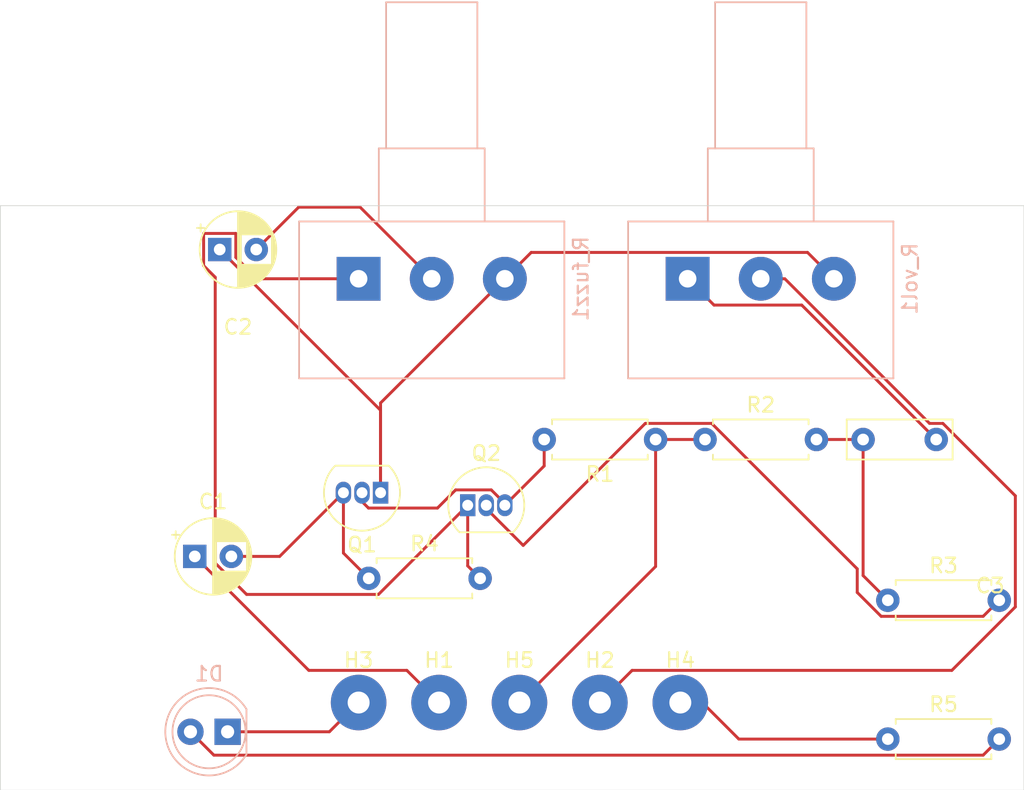
<source format=kicad_pcb>
(kicad_pcb (version 20241229) (generator "pcbnew") (generator_version "9.0")
  (layers (0 "F.Cu" signal) (2 "B.Cu" signal) (13 "F.Paste" user) (15 "B.Paste" user) (5 "F.SilkS" user "F.Silkscreen") (7 "B.SilkS" user "B.Silkscreen") (1 "F.Mask" user) (3 "B.Mask" user) (25 "Edge.Cuts" user))
  (net 0 "")
  (net 1 "GND")
  (net 2 "Net-(Q1-B)")
  (net 3 "Net-(Q1-C)")
  (net 4 "Net-(Q2-C)")
  (net 5 "Net-(Q2-E)")
  (net 6 "Net-(C1-Pad1)")
  (net 7 "Net-(C2-Pad2)")
  (net 8 "Net-(C3-Pad2)")
  (net 9 "Net-(C3-Pad1)")
  (net 10 "Net-(D1-K)")
  (net 11 "Net-(D1-A)")
  (net 12 "Net-(H2-Pad1)")
  (net 13 "Net-(H4-Pad1)")
  (net 14 "Net-(H5-Pad1)")
  (footprint "ANA PARTS:StandardResistorPedal" (layer "F.Cu") (at 174.81 61 180)
    (property "Reference" "R1" (at 3.81 -2.37 0) (layer "F.SilkS"))
    (property "Value" "33k")
    (fp_line (start 7.08 1.37) (end 7.08 1.04) (stroke (width 0.12)) (layer "F.SilkS"))
    (fp_line (start 7.08 -1.37) (end 7.08 -1.04) (stroke (width 0.12)) (layer "F.SilkS"))
    (fp_line (start 0.54 1.37) (end 7.08 1.37) (stroke (width 0.12)) (layer "F.SilkS"))
    (fp_line (start 0.54 1.04) (end 0.54 1.37) (stroke (width 0.12)) (layer "F.SilkS"))
    (fp_line (start 0.54 -1.04) (end 0.54 -1.37) (stroke (width 0.12)) (layer "F.SilkS"))
    (fp_line (start 0.54 -1.37) (end 7.08 -1.37) (stroke (width 0.12)) (layer "F.SilkS"))
    (pad "1" thru_hole circle (at 0 0 180) (size 1.6 1.6) (drill 0.8) (layers "*.Cu" "*.Mask") (net 14 "Net-(H5-Pad1)"))
    (pad "2" thru_hole oval (at 7.62 0 180) (size 1.6 1.6) (drill 0.8) (layers "*.Cu" "*.Mask") (net 3 "Net-(Q1-C)"))
  )
  (footprint "ANA PARTS:StandardUnpolarizedCapacitorPedal" (layer "F.Cu") (at 189 61)
    (property "Reference" "C3" (at 8.69 10 0) (layer "F.SilkS"))
    (property "Value" "0.01uF")
    (fp_line (start -1.12 -1.37) (end -1.12 1.37) (stroke (width 0.12)) (layer "F.SilkS"))
    (fp_line (start -1.12 -1.37) (end 6.12 -1.37) (stroke (width 0.12)) (layer "F.SilkS"))
    (fp_line (start -1.12 1.37) (end 6.12 1.37) (stroke (width 0.12)) (layer "F.SilkS"))
    (fp_line (start 6.12 -1.37) (end 6.12 1.37) (stroke (width 0.12)) (layer "F.SilkS"))
    (pad "1" thru_hole circle (at 0 0) (size 1.6 1.6) (drill 0.8) (layers "*.Cu" "*.Mask") (net 9 "Net-(C3-Pad1)"))
    (pad "2" thru_hole circle (at 5 0) (size 1.6 1.6) (drill 0.8) (layers "*.Cu" "*.Mask") (net 8 "Net-(C3-Pad2)"))
  )
  (footprint "ANA PARTS:StandardResistorPedal" (layer "F.Cu") (at 155.19 70.5)
    (property "Reference" "R4" (at 3.81 -2.37 0) (layer "F.SilkS"))
    (property "Value" "100k")
    (fp_line (start 0.54 -1.37) (end 7.08 -1.37) (stroke (width 0.12)) (layer "F.SilkS"))
    (fp_line (start 0.54 -1.04) (end 0.54 -1.37) (stroke (width 0.12)) (layer "F.SilkS"))
    (fp_line (start 0.54 1.04) (end 0.54 1.37) (stroke (width 0.12)) (layer "F.SilkS"))
    (fp_line (start 0.54 1.37) (end 7.08 1.37) (stroke (width 0.12)) (layer "F.SilkS"))
    (fp_line (start 7.08 -1.37) (end 7.08 -1.04) (stroke (width 0.12)) (layer "F.SilkS"))
    (fp_line (start 7.08 1.37) (end 7.08 1.04) (stroke (width 0.12)) (layer "F.SilkS"))
    (pad "1" thru_hole circle (at 0 0) (size 1.6 1.6) (drill 0.8) (layers "*.Cu" "*.Mask") (net 2 "Net-(Q1-B)"))
    (pad "2" thru_hole oval (at 7.62 0) (size 1.6 1.6) (drill 0.8) (layers "*.Cu" "*.Mask") (net 5 "Net-(Q2-E)"))
  )
  (footprint "ANA PARTS:1.5mm_MountingHole" (layer "F.Cu") (at 154.5 79)
    (property "Reference" "H3" (at 0 -2.9 0) (layer "F.SilkS"))
    (property "Value" "SW")
    (pad "1" thru_hole circle (at 0 0) (size 2.6 2.6) (drill 1.5) (layers "*.Cu" "*.Mask") (net 10 "Net-(D1-K)"))
    (pad "1" connect circle (at 0 0) (size 3.8 3.8) (layers "F.Cu" "F.Mask") (net 10 "Net-(D1-K)"))
    (pad "1" connect circle (at 0 0) (size 3.8 3.8) (layers "B.Cu" "B.Mask") (net 10 "Net-(D1-K)"))
  )
  (footprint "ANA PARTS:StandardResistorPedal" (layer "F.Cu") (at 190.69 81.5)
    (property "Reference" "R5" (at 3.81 -2.37 0) (layer "F.SilkS"))
    (property "Value" "4.7k")
    (fp_line (start 0.54 -1.37) (end 7.08 -1.37) (stroke (width 0.12)) (layer "F.SilkS"))
    (fp_line (start 0.54 -1.04) (end 0.54 -1.37) (stroke (width 0.12)) (layer "F.SilkS"))
    (fp_line (start 0.54 1.04) (end 0.54 1.37) (stroke (width 0.12)) (layer "F.SilkS"))
    (fp_line (start 0.54 1.37) (end 7.08 1.37) (stroke (width 0.12)) (layer "F.SilkS"))
    (fp_line (start 7.08 -1.37) (end 7.08 -1.04) (stroke (width 0.12)) (layer "F.SilkS"))
    (fp_line (start 7.08 1.37) (end 7.08 1.04) (stroke (width 0.12)) (layer "F.SilkS"))
    (pad "1" thru_hole circle (at 0 0) (size 1.6 1.6) (drill 0.8) (layers "*.Cu" "*.Mask") (net 13 "Net-(H4-Pad1)"))
    (pad "2" thru_hole oval (at 7.62 0) (size 1.6 1.6) (drill 0.8) (layers "*.Cu" "*.Mask") (net 11 "Net-(D1-A)"))
  )
  (footprint "Package_TO_SOT_THT:TO-92_Inline" (layer "F.Cu") (at 156 64.64 180)
    (property "Reference" "Q1" (at 1.27 -3.56 0) (layer "F.SilkS"))
    (property "Value" "2SA1015")
    (fp_line (start -0.53 1.85) (end 3.07 1.85) (stroke (width 0.12)) (layer "F.SilkS"))
    (fp_arc (start 1.27 -2.6) (mid 3.672087 -0.994977) (end 3.108478 1.838478) (stroke (width 0.12)) (layer "F.SilkS"))
    (fp_arc (start -0.568478 1.838478) (mid -1.132087 -0.994977) (end 1.27 -2.6) (stroke (width 0.12)) (layer "F.SilkS"))
    (pad "1" thru_hole rect (at 0 0 180) (size 1.05 1.5) (drill 0.75) (layers "*.Cu" "*.Mask") (net 1 "GND"))
    (pad "2" thru_hole oval (at 1.27 0 180) (size 1.05 1.5) (drill 0.75) (layers "*.Cu" "*.Mask") (net 3 "Net-(Q1-C)"))
    (pad "3" thru_hole oval (at 2.54 0 180) (size 1.05 1.5) (drill 0.75) (layers "*.Cu" "*.Mask") (net 2 "Net-(Q1-B)"))
  )
  (footprint "ANA PARTS:StandardResistorPedal" (layer "F.Cu") (at 178.19 61)
    (property "Reference" "R2" (at 3.81 -2.37 0) (layer "F.SilkS"))
    (property "Value" "470")
    (fp_line (start 0.54 -1.37) (end 7.08 -1.37) (stroke (width 0.12)) (layer "F.SilkS"))
    (fp_line (start 0.54 -1.04) (end 0.54 -1.37) (stroke (width 0.12)) (layer "F.SilkS"))
    (fp_line (start 0.54 1.04) (end 0.54 1.37) (stroke (width 0.12)) (layer "F.SilkS"))
    (fp_line (start 0.54 1.37) (end 7.08 1.37) (stroke (width 0.12)) (layer "F.SilkS"))
    (fp_line (start 7.08 -1.37) (end 7.08 -1.04) (stroke (width 0.12)) (layer "F.SilkS"))
    (fp_line (start 7.08 1.37) (end 7.08 1.04) (stroke (width 0.12)) (layer "F.SilkS"))
    (pad "1" thru_hole circle (at 0 0) (size 1.6 1.6) (drill 0.8) (layers "*.Cu" "*.Mask") (net 14 "Net-(H5-Pad1)"))
    (pad "2" thru_hole oval (at 7.62 0) (size 1.6 1.6) (drill 0.8) (layers "*.Cu" "*.Mask") (net 9 "Net-(C3-Pad1)"))
  )
  (footprint "ANA PARTS:StandardResistorPedal" (layer "F.Cu") (at 190.69 72)
    (property "Reference" "R3" (at 3.81 -2.37 0) (layer "F.SilkS"))
    (property "Value" "8.2k")
    (fp_line (start 0.54 -1.37) (end 7.08 -1.37) (stroke (width 0.12)) (layer "F.SilkS"))
    (fp_line (start 0.54 -1.04) (end 0.54 -1.37) (stroke (width 0.12)) (layer "F.SilkS"))
    (fp_line (start 0.54 1.04) (end 0.54 1.37) (stroke (width 0.12)) (layer "F.SilkS"))
    (fp_line (start 0.54 1.37) (end 7.08 1.37) (stroke (width 0.12)) (layer "F.SilkS"))
    (fp_line (start 7.08 -1.37) (end 7.08 -1.04) (stroke (width 0.12)) (layer "F.SilkS"))
    (fp_line (start 7.08 1.37) (end 7.08 1.04) (stroke (width 0.12)) (layer "F.SilkS"))
    (pad "1" thru_hole circle (at 0 0) (size 1.6 1.6) (drill 0.8) (layers "*.Cu" "*.Mask") (net 9 "Net-(C3-Pad1)"))
    (pad "2" thru_hole oval (at 7.62 0) (size 1.6 1.6) (drill 0.8) (layers "*.Cu" "*.Mask") (net 4 "Net-(Q2-C)"))
  )
  (footprint "ANA PARTS:1.5mm_MountingHole" (layer "F.Cu") (at 165.5 79)
    (property "Reference" "H5" (at 0 -2.9 0) (layer "F.SilkS"))
    (property "Value" "-9V")
    (pad "1" thru_hole circle (at 0 0) (size 2.6 2.6) (drill 1.5) (layers "*.Cu" "*.Mask") (net 14 "Net-(H5-Pad1)"))
    (pad "1" connect circle (at 0 0) (size 3.8 3.8) (layers "F.Cu" "F.Mask") (net 14 "Net-(H5-Pad1)"))
    (pad "1" connect circle (at 0 0) (size 3.8 3.8) (layers "B.Cu" "B.Mask") (net 14 "Net-(H5-Pad1)"))
  )
  (footprint "ANA PARTS:1.5mm_MountingHole" (layer "F.Cu") (at 171 79)
    (property "Reference" "H2" (at 0 -2.9 0) (layer "F.SilkS"))
    (property "Value" "Output")
    (pad "1" thru_hole circle (at 0 0) (size 2.6 2.6) (drill 1.5) (layers "*.Cu" "*.Mask") (net 12 "Net-(H2-Pad1)"))
    (pad "1" connect circle (at 0 0) (size 3.8 3.8) (layers "F.Cu" "F.Mask") (net 12 "Net-(H2-Pad1)"))
    (pad "1" connect circle (at 0 0) (size 3.8 3.8) (layers "B.Cu" "B.Mask") (net 12 "Net-(H2-Pad1)"))
  )
  (footprint "ANA PARTS:StandardPolarizedCapacitorPedal" (layer "F.Cu") (at 143.294888 69)
    (property "Reference" "C1" (at 1.25 -3.75 180) (layer "F.SilkS"))
    (property "Value" "2.2uF")
    (fp_line (start -1.554775 -1.475) (end -1.054775 -1.475) (stroke (width 0.12)) (layer "F.SilkS"))
    (fp_line (start -1.304775 -1.725) (end -1.304775 -1.225) (stroke (width 0.12)) (layer "F.SilkS"))
    (fp_line (start 1.25 -2.58) (end 1.25 2.58) (stroke (width 0.12)) (layer "F.SilkS"))
    (fp_line (start 1.29 -2.58) (end 1.29 2.58) (stroke (width 0.12)) (layer "F.SilkS"))
    (fp_line (start 1.33 -2.579) (end 1.33 2.579) (stroke (width 0.12)) (layer "F.SilkS"))
    (fp_line (start 1.37 -2.578) (end 1.37 2.578) (stroke (width 0.12)) (layer "F.SilkS"))
    (fp_line (start 1.41 -2.576) (end 1.41 2.576) (stroke (width 0.12)) (layer "F.SilkS"))
    (fp_line (start 1.45 -2.573) (end 1.45 2.573) (stroke (width 0.12)) (layer "F.SilkS"))
    (fp_line (start 1.49 -2.569) (end 1.49 -1.04) (stroke (width 0.12)) (layer "F.SilkS"))
    (fp_line (start 1.49 1.04) (end 1.49 2.569) (stroke (width 0.12)) (layer "F.SilkS"))
    (fp_line (start 1.53 -2.565) (end 1.53 -1.04) (stroke (width 0.12)) (layer "F.SilkS"))
    (fp_line (start 1.53 1.04) (end 1.53 2.565) (stroke (width 0.12)) (layer "F.SilkS"))
    (fp_line (start 1.57 -2.561) (end 1.57 -1.04) (stroke (width 0.12)) (layer "F.SilkS"))
    (fp_line (start 1.57 1.04) (end 1.57 2.561) (stroke (width 0.12)) (layer "F.SilkS"))
    (fp_line (start 1.61 -2.556) (end 1.61 -1.04) (stroke (width 0.12)) (layer "F.SilkS"))
    (fp_line (start 1.61 1.04) (end 1.61 2.556) (stroke (width 0.12)) (layer "F.SilkS"))
    (fp_line (start 1.65 -2.55) (end 1.65 -1.04) (stroke (width 0.12)) (layer "F.SilkS"))
    (fp_line (start 1.65 1.04) (end 1.65 2.55) (stroke (width 0.12)) (layer "F.SilkS"))
    (fp_line (start 1.69 -2.543) (end 1.69 -1.04) (stroke (width 0.12)) (layer "F.SilkS"))
    (fp_line (start 1.69 1.04) (end 1.69 2.543) (stroke (width 0.12)) (layer "F.SilkS"))
    (fp_line (start 1.73 -2.536) (end 1.73 -1.04) (stroke (width 0.12)) (layer "F.SilkS"))
    (fp_line (start 1.73 1.04) (end 1.73 2.536) (stroke (width 0.12)) (layer "F.SilkS"))
    (fp_line (start 1.77 -2.528) (end 1.77 -1.04) (stroke (width 0.12)) (layer "F.SilkS"))
    (fp_line (start 1.77 1.04) (end 1.77 2.528) (stroke (width 0.12)) (layer "F.SilkS"))
    (fp_line (start 1.81 -2.52) (end 1.81 -1.04) (stroke (width 0.12)) (layer "F.SilkS"))
    (fp_line (start 1.81 1.04) (end 1.81 2.52) (stroke (width 0.12)) (layer "F.SilkS"))
    (fp_line (start 1.85 -2.511) (end 1.85 -1.04) (stroke (width 0.12)) (layer "F.SilkS"))
    (fp_line (start 1.85 1.04) (end 1.85 2.511) (stroke (width 0.12)) (layer "F.SilkS"))
    (fp_line (start 1.89 -2.501) (end 1.89 -1.04) (stroke (width 0.12)) (layer "F.SilkS"))
    (fp_line (start 1.89 1.04) (end 1.89 2.501) (stroke (width 0.12)) (layer "F.SilkS"))
    (fp_line (start 1.93 -2.491) (end 1.93 -1.04) (stroke (width 0.12)) (layer "F.SilkS"))
    (fp_line (start 1.93 1.04) (end 1.93 2.491) (stroke (width 0.12)) (layer "F.SilkS"))
    (fp_line (start 1.971 -2.48) (end 1.971 -1.04) (stroke (width 0.12)) (layer "F.SilkS"))
    (fp_line (start 1.971 1.04) (end 1.971 2.48) (stroke (width 0.12)) (layer "F.SilkS"))
    (fp_line (start 2.011 -2.468) (end 2.011 -1.04) (stroke (width 0.12)) (layer "F.SilkS"))
    (fp_line (start 2.011 1.04) (end 2.011 2.468) (stroke (width 0.12)) (layer "F.SilkS"))
    (fp_line (start 2.051 -2.455) (end 2.051 -1.04) (stroke (width 0.12)) (layer "F.SilkS"))
    (fp_line (start 2.051 1.04) (end 2.051 2.455) (stroke (width 0.12)) (layer "F.SilkS"))
    (fp_line (start 2.091 -2.442) (end 2.091 -1.04) (stroke (width 0.12)) (layer "F.SilkS"))
    (fp_line (start 2.091 1.04) (end 2.091 2.442) (stroke (width 0.12)) (layer "F.SilkS"))
    (fp_line (start 2.131 -2.428) (end 2.131 -1.04) (stroke (width 0.12)) (layer "F.SilkS"))
    (fp_line (start 2.131 1.04) (end 2.131 2.428) (stroke (width 0.12)) (layer "F.SilkS"))
    (fp_line (start 2.171 -2.414) (end 2.171 -1.04) (stroke (width 0.12)) (layer "F.SilkS"))
    (fp_line (start 2.171 1.04) (end 2.171 2.414) (stroke (width 0.12)) (layer "F.SilkS"))
    (fp_line (start 2.211 -2.398) (end 2.211 -1.04) (stroke (width 0.12)) (layer "F.SilkS"))
    (fp_line (start 2.211 1.04) (end 2.211 2.398) (stroke (width 0.12)) (layer "F.SilkS"))
    (fp_line (start 2.251 -2.382) (end 2.251 -1.04) (stroke (width 0.12)) (layer "F.SilkS"))
    (fp_line (start 2.251 1.04) (end 2.251 2.382) (stroke (width 0.12)) (layer "F.SilkS"))
    (fp_line (start 2.291 -2.365) (end 2.291 -1.04) (stroke (width 0.12)) (layer "F.SilkS"))
    (fp_line (start 2.291 1.04) (end 2.291 2.365) (stroke (width 0.12)) (layer "F.SilkS"))
    (fp_line (start 2.331 -2.348) (end 2.331 -1.04) (stroke (width 0.12)) (layer "F.SilkS"))
    (fp_line (start 2.331 1.04) (end 2.331 2.348) (stroke (width 0.12)) (layer "F.SilkS"))
    (fp_line (start 2.371 -2.329) (end 2.371 -1.04) (stroke (width 0.12)) (layer "F.SilkS"))
    (fp_line (start 2.371 1.04) (end 2.371 2.329) (stroke (width 0.12)) (layer "F.SilkS"))
    (fp_line (start 2.411 -2.31) (end 2.411 -1.04) (stroke (width 0.12)) (layer "F.SilkS"))
    (fp_line (start 2.411 1.04) (end 2.411 2.31) (stroke (width 0.12)) (layer "F.SilkS"))
    (fp_line (start 2.451 -2.29) (end 2.451 -1.04) (stroke (width 0.12)) (layer "F.SilkS"))
    (fp_line (start 2.451 1.04) (end 2.451 2.29) (stroke (width 0.12)) (layer "F.SilkS"))
    (fp_line (start 2.491 -2.268) (end 2.491 -1.04) (stroke (width 0.12)) (layer "F.SilkS"))
    (fp_line (start 2.491 1.04) (end 2.491 2.268) (stroke (width 0.12)) (layer "F.SilkS"))
    (fp_line (start 2.531 -2.247) (end 2.531 -1.04) (stroke (width 0.12)) (layer "F.SilkS"))
    (fp_line (start 2.531 1.04) (end 2.531 2.247) (stroke (width 0.12)) (layer "F.SilkS"))
    (fp_line (start 2.571 -2.224) (end 2.571 -1.04) (stroke (width 0.12)) (layer "F.SilkS"))
    (fp_line (start 2.571 1.04) (end 2.571 2.224) (stroke (width 0.12)) (layer "F.SilkS"))
    (fp_line (start 2.611 -2.2) (end 2.611 -1.04) (stroke (width 0.12)) (layer "F.SilkS"))
    (fp_line (start 2.611 1.04) (end 2.611 2.2) (stroke (width 0.12)) (layer "F.SilkS"))
    (fp_line (start 2.651 -2.175) (end 2.651 -1.04) (stroke (width 0.12)) (layer "F.SilkS"))
    (fp_line (start 2.651 1.04) (end 2.651 2.175) (stroke (width 0.12)) (layer "F.SilkS"))
    (fp_line (start 2.691 -2.149) (end 2.691 -1.04) (stroke (width 0.12)) (layer "F.SilkS"))
    (fp_line (start 2.691 1.04) (end 2.691 2.149) (stroke (width 0.12)) (layer "F.SilkS"))
    (fp_line (start 2.731 -2.122) (end 2.731 -1.04) (stroke (width 0.12)) (layer "F.SilkS"))
    (fp_line (start 2.731 1.04) (end 2.731 2.122) (stroke (width 0.12)) (layer "F.SilkS"))
    (fp_line (start 2.771 -2.095) (end 2.771 -1.04) (stroke (width 0.12)) (layer "F.SilkS"))
    (fp_line (start 2.771 1.04) (end 2.771 2.095) (stroke (width 0.12)) (layer "F.SilkS"))
    (fp_line (start 2.811 -2.065) (end 2.811 -1.04) (stroke (width 0.12)) (layer "F.SilkS"))
    (fp_line (start 2.811 1.04) (end 2.811 2.065) (stroke (width 0.12)) (layer "F.SilkS"))
    (fp_line (start 2.851 -2.035) (end 2.851 -1.04) (stroke (width 0.12)) (layer "F.SilkS"))
    (fp_line (start 2.851 1.04) (end 2.851 2.035) (stroke (width 0.12)) (layer "F.SilkS"))
    (fp_line (start 2.891 -2.004) (end 2.891 -1.04) (stroke (width 0.12)) (layer "F.SilkS"))
    (fp_line (start 2.891 1.04) (end 2.891 2.004) (stroke (width 0.12)) (layer "F.SilkS"))
    (fp_line (start 2.931 -1.971) (end 2.931 -1.04) (stroke (width 0.12)) (layer "F.SilkS"))
    (fp_line (start 2.931 1.04) (end 2.931 1.971) (stroke (width 0.12)) (layer "F.SilkS"))
    (fp_line (start 2.971 -1.937) (end 2.971 -1.04) (stroke (width 0.12)) (layer "F.SilkS"))
    (fp_line (start 2.971 1.04) (end 2.971 1.937) (stroke (width 0.12)) (layer "F.SilkS"))
    (fp_line (start 3.011 -1.901) (end 3.011 -1.04) (stroke (width 0.12)) (layer "F.SilkS"))
    (fp_line (start 3.011 1.04) (end 3.011 1.901) (stroke (width 0.12)) (layer "F.SilkS"))
    (fp_line (start 3.051 -1.864) (end 3.051 -1.04) (stroke (width 0.12)) (layer "F.SilkS"))
    (fp_line (start 3.051 1.04) (end 3.051 1.864) (stroke (width 0.12)) (layer "F.SilkS"))
    (fp_line (start 3.091 -1.826) (end 3.091 -1.04) (stroke (width 0.12)) (layer "F.SilkS"))
    (fp_line (start 3.091 1.04) (end 3.091 1.826) (stroke (width 0.12)) (layer "F.SilkS"))
    (fp_line (start 3.131 -1.785) (end 3.131 -1.04) (stroke (width 0.12)) (layer "F.SilkS"))
    (fp_line (start 3.131 1.04) (end 3.131 1.785) (stroke (width 0.12)) (layer "F.SilkS"))
    (fp_line (start 3.171 -1.743) (end 3.171 -1.04) (stroke (width 0.12)) (layer "F.SilkS"))
    (fp_line (start 3.171 1.04) (end 3.171 1.743) (stroke (width 0.12)) (layer "F.SilkS"))
    (fp_line (start 3.211 -1.699) (end 3.211 -1.04) (stroke (width 0.12)) (layer "F.SilkS"))
    (fp_line (start 3.211 1.04) (end 3.211 1.699) (stroke (width 0.12)) (layer "F.SilkS"))
    (fp_line (start 3.251 -1.653) (end 3.251 -1.04) (stroke (width 0.12)) (layer "F.SilkS"))
    (fp_line (start 3.251 1.04) (end 3.251 1.653) (stroke (width 0.12)) (layer "F.SilkS"))
    (fp_line (start 3.291 -1.605) (end 3.291 -1.04) (stroke (width 0.12)) (layer "F.SilkS"))
    (fp_line (start 3.291 1.04) (end 3.291 1.605) (stroke (width 0.12)) (layer "F.SilkS"))
    (fp_line (start 3.331 -1.554) (end 3.331 -1.04) (stroke (width 0.12)) (layer "F.SilkS"))
    (fp_line (start 3.331 1.04) (end 3.331 1.554) (stroke (width 0.12)) (layer "F.SilkS"))
    (fp_line (start 3.371 -1.5) (end 3.371 -1.04) (stroke (width 0.12)) (layer "F.SilkS"))
    (fp_line (start 3.371 1.04) (end 3.371 1.5) (stroke (width 0.12)) (layer "F.SilkS"))
    (fp_line (start 3.411 -1.443) (end 3.411 -1.04) (stroke (width 0.12)) (layer "F.SilkS"))
    (fp_line (start 3.411 1.04) (end 3.411 1.443) (stroke (width 0.12)) (layer "F.SilkS"))
    (fp_line (start 3.451 -1.383) (end 3.451 -1.04) (stroke (width 0.12)) (layer "F.SilkS"))
    (fp_line (start 3.451 1.04) (end 3.451 1.383) (stroke (width 0.12)) (layer "F.SilkS"))
    (fp_line (start 3.491 -1.319) (end 3.491 -1.04) (stroke (width 0.12)) (layer "F.SilkS"))
    (fp_line (start 3.491 1.04) (end 3.491 1.319) (stroke (width 0.12)) (layer "F.SilkS"))
    (fp_line (start 3.531 -1.251) (end 3.531 -1.04) (stroke (width 0.12)) (layer "F.SilkS"))
    (fp_line (start 3.531 1.04) (end 3.531 1.251) (stroke (width 0.12)) (layer "F.SilkS"))
    (fp_line (start 3.571 -1.178) (end 3.571 1.178) (stroke (width 0.12)) (layer "F.SilkS"))
    (fp_line (start 3.611 -1.098) (end 3.611 1.098) (stroke (width 0.12)) (layer "F.SilkS"))
    (fp_line (start 3.651 -1.011) (end 3.651 1.011) (stroke (width 0.12)) (layer "F.SilkS"))
    (fp_line (start 3.691 -0.915) (end 3.691 0.915) (stroke (width 0.12)) (layer "F.SilkS"))
    (fp_line (start 3.731 -0.805) (end 3.731 0.805) (stroke (width 0.12)) (layer "F.SilkS"))
    (fp_line (start 3.771 -0.677) (end 3.771 0.677) (stroke (width 0.12)) (layer "F.SilkS"))
    (fp_line (start 3.811 -0.518) (end 3.811 0.518) (stroke (width 0.12)) (layer "F.SilkS"))
    (fp_line (start 3.851 -0.284) (end 3.851 0.284) (stroke (width 0.12)) (layer "F.SilkS"))
    (fp_circle (center 1.25 0) (end 3.87 0) (stroke (width 0.12)) (fill no) (layer "F.SilkS"))
    (pad "1" thru_hole rect (at 0 0) (size 1.6 1.6) (drill 0.8) (layers "*.Cu" "*.Mask") (net 6 "Net-(C1-Pad1)"))
    (pad "2" thru_hole circle (at 2.5 0) (size 1.6 1.6) (drill 0.8) (layers "*.Cu" "*.Mask") (net 2 "Net-(Q1-B)"))
  )
  (footprint "ANA PARTS:1.5mm_MountingHole" (layer "F.Cu") (at 160 79)
    (property "Reference" "H1" (at 0 -2.9 0) (layer "F.SilkS"))
    (property "Value" "Input")
    (pad "1" thru_hole circle (at 0 0) (size 2.6 2.6) (drill 1.5) (layers "*.Cu" "*.Mask") (net 6 "Net-(C1-Pad1)"))
    (pad "1" connect circle (at 0 0) (size 3.8 3.8) (layers "F.Cu" "F.Mask") (net 6 "Net-(C1-Pad1)"))
    (pad "1" connect circle (at 0 0) (size 3.8 3.8) (layers "B.Cu" "B.Mask") (net 6 "Net-(C1-Pad1)"))
  )
  (footprint "Package_TO_SOT_THT:TO-92_Inline" (layer "F.Cu") (at 161.96 65.5)
    (property "Reference" "Q2" (at 1.27 -3.56 0) (layer "F.SilkS"))
    (property "Value" "2SA1015")
    (fp_line (start -0.53 1.85) (end 3.07 1.85) (stroke (width 0.12)) (layer "F.SilkS"))
    (fp_arc (start -0.568478 1.838478) (mid -1.132087 -0.994977) (end 1.27 -2.6) (stroke (width 0.12)) (layer "F.SilkS"))
    (fp_arc (start 1.27 -2.6) (mid 3.672087 -0.994977) (end 3.108478 1.838478) (stroke (width 0.12)) (layer "F.SilkS"))
    (pad "1" thru_hole rect (at 0 0) (size 1.05 1.5) (drill 0.75) (layers "*.Cu" "*.Mask") (net 5 "Net-(Q2-E)"))
    (pad "2" thru_hole oval (at 1.27 0) (size 1.05 1.5) (drill 0.75) (layers "*.Cu" "*.Mask") (net 4 "Net-(Q2-C)"))
    (pad "3" thru_hole oval (at 2.54 0) (size 1.05 1.5) (drill 0.75) (layers "*.Cu" "*.Mask") (net 3 "Net-(Q1-C)"))
  )
  (footprint "ANA PARTS:1.5mm_MountingHole" (layer "F.Cu") (at 176.5 79)
    (property "Reference" "H4" (at 0 -2.9 0) (layer "F.SilkS"))
    (property "Value" "+9V")
    (pad "1" thru_hole circle (at 0 0) (size 2.6 2.6) (drill 1.5) (layers "*.Cu" "*.Mask") (net 13 "Net-(H4-Pad1)"))
    (pad "1" connect circle (at 0 0) (size 3.8 3.8) (layers "F.Cu" "F.Mask") (net 13 "Net-(H4-Pad1)"))
    (pad "1" connect circle (at 0 0) (size 3.8 3.8) (layers "B.Cu" "B.Mask") (net 13 "Net-(H4-Pad1)"))
  )
  (footprint "ANA PARTS:StandardPolarizedCapacitorPedal" (layer "F.Cu") (at 145 48)
    (property "Reference" "C2" (at 1.25 5.3 180) (layer "F.SilkS"))
    (property "Value" "20uF")
    (fp_line (start -1.554775 -1.475) (end -1.054775 -1.475) (stroke (width 0.12)) (layer "F.SilkS"))
    (fp_line (start -1.304775 -1.725) (end -1.304775 -1.225) (stroke (width 0.12)) (layer "F.SilkS"))
    (fp_line (start 1.25 -2.58) (end 1.25 2.58) (stroke (width 0.12)) (layer "F.SilkS"))
    (fp_line (start 1.29 -2.58) (end 1.29 2.58) (stroke (width 0.12)) (layer "F.SilkS"))
    (fp_line (start 1.33 -2.579) (end 1.33 2.579) (stroke (width 0.12)) (layer "F.SilkS"))
    (fp_line (start 1.37 -2.578) (end 1.37 2.578) (stroke (width 0.12)) (layer "F.SilkS"))
    (fp_line (start 1.41 -2.576) (end 1.41 2.576) (stroke (width 0.12)) (layer "F.SilkS"))
    (fp_line (start 1.45 -2.573) (end 1.45 2.573) (stroke (width 0.12)) (layer "F.SilkS"))
    (fp_line (start 1.49 -2.569) (end 1.49 -1.04) (stroke (width 0.12)) (layer "F.SilkS"))
    (fp_line (start 1.49 1.04) (end 1.49 2.569) (stroke (width 0.12)) (layer "F.SilkS"))
    (fp_line (start 1.53 -2.565) (end 1.53 -1.04) (stroke (width 0.12)) (layer "F.SilkS"))
    (fp_line (start 1.53 1.04) (end 1.53 2.565) (stroke (width 0.12)) (layer "F.SilkS"))
    (fp_line (start 1.57 -2.561) (end 1.57 -1.04) (stroke (width 0.12)) (layer "F.SilkS"))
    (fp_line (start 1.57 1.04) (end 1.57 2.561) (stroke (width 0.12)) (layer "F.SilkS"))
    (fp_line (start 1.61 -2.556) (end 1.61 -1.04) (stroke (width 0.12)) (layer "F.SilkS"))
    (fp_line (start 1.61 1.04) (end 1.61 2.556) (stroke (width 0.12)) (layer "F.SilkS"))
    (fp_line (start 1.65 -2.55) (end 1.65 -1.04) (stroke (width 0.12)) (layer "F.SilkS"))
    (fp_line (start 1.65 1.04) (end 1.65 2.55) (stroke (width 0.12)) (layer "F.SilkS"))
    (fp_line (start 1.69 -2.543) (end 1.69 -1.04) (stroke (width 0.12)) (layer "F.SilkS"))
    (fp_line (start 1.69 1.04) (end 1.69 2.543) (stroke (width 0.12)) (layer "F.SilkS"))
    (fp_line (start 1.73 -2.536) (end 1.73 -1.04) (stroke (width 0.12)) (layer "F.SilkS"))
    (fp_line (start 1.73 1.04) (end 1.73 2.536) (stroke (width 0.12)) (layer "F.SilkS"))
    (fp_line (start 1.77 -2.528) (end 1.77 -1.04) (stroke (width 0.12)) (layer "F.SilkS"))
    (fp_line (start 1.77 1.04) (end 1.77 2.528) (stroke (width 0.12)) (layer "F.SilkS"))
    (fp_line (start 1.81 -2.52) (end 1.81 -1.04) (stroke (width 0.12)) (layer "F.SilkS"))
    (fp_line (start 1.81 1.04) (end 1.81 2.52) (stroke (width 0.12)) (layer "F.SilkS"))
    (fp_line (start 1.85 -2.511) (end 1.85 -1.04) (stroke (width 0.12)) (layer "F.SilkS"))
    (fp_line (start 1.85 1.04) (end 1.85 2.511) (stroke (width 0.12)) (layer "F.SilkS"))
    (fp_line (start 1.89 -2.501) (end 1.89 -1.04) (stroke (width 0.12)) (layer "F.SilkS"))
    (fp_line (start 1.89 1.04) (end 1.89 2.501) (stroke (width 0.12)) (layer "F.SilkS"))
    (fp_line (start 1.93 -2.491) (end 1.93 -1.04) (stroke (width 0.12)) (layer "F.SilkS"))
    (fp_line (start 1.93 1.04) (end 1.93 2.491) (stroke (width 0.12)) (layer "F.SilkS"))
    (fp_line (start 1.971 -2.48) (end 1.971 -1.04) (stroke (width 0.12)) (layer "F.SilkS"))
    (fp_line (start 1.971 1.04) (end 1.971 2.48) (stroke (width 0.12)) (layer "F.SilkS"))
    (fp_line (start 2.011 -2.468) (end 2.011 -1.04) (stroke (width 0.12)) (layer "F.SilkS"))
    (fp_line (start 2.011 1.04) (end 2.011 2.468) (stroke (width 0.12)) (layer "F.SilkS"))
    (fp_line (start 2.051 -2.455) (end 2.051 -1.04) (stroke (width 0.12)) (layer "F.SilkS"))
    (fp_line (start 2.051 1.04) (end 2.051 2.455) (stroke (width 0.12)) (layer "F.SilkS"))
    (fp_line (start 2.091 -2.442) (end 2.091 -1.04) (stroke (width 0.12)) (layer "F.SilkS"))
    (fp_line (start 2.091 1.04) (end 2.091 2.442) (stroke (width 0.12)) (layer "F.SilkS"))
    (fp_line (start 2.131 -2.428) (end 2.131 -1.04) (stroke (width 0.12)) (layer "F.SilkS"))
    (fp_line (start 2.131 1.04) (end 2.131 2.428) (stroke (width 0.12)) (layer "F.SilkS"))
    (fp_line (start 2.171 -2.414) (end 2.171 -1.04) (stroke (width 0.12)) (layer "F.SilkS"))
    (fp_line (start 2.171 1.04) (end 2.171 2.414) (stroke (width 0.12)) (layer "F.SilkS"))
    (fp_line (start 2.211 -2.398) (end 2.211 -1.04) (stroke (width 0.12)) (layer "F.SilkS"))
    (fp_line (start 2.211 1.04) (end 2.211 2.398) (stroke (width 0.12)) (layer "F.SilkS"))
    (fp_line (start 2.251 -2.382) (end 2.251 -1.04) (stroke (width 0.12)) (layer "F.SilkS"))
    (fp_line (start 2.251 1.04) (end 2.251 2.382) (stroke (width 0.12)) (layer "F.SilkS"))
    (fp_line (start 2.291 -2.365) (end 2.291 -1.04) (stroke (width 0.12)) (layer "F.SilkS"))
    (fp_line (start 2.291 1.04) (end 2.291 2.365) (stroke (width 0.12)) (layer "F.SilkS"))
    (fp_line (start 2.331 -2.348) (end 2.331 -1.04) (stroke (width 0.12)) (layer "F.SilkS"))
    (fp_line (start 2.331 1.04) (end 2.331 2.348) (stroke (width 0.12)) (layer "F.SilkS"))
    (fp_line (start 2.371 -2.329) (end 2.371 -1.04) (stroke (width 0.12)) (layer "F.SilkS"))
    (fp_line (start 2.371 1.04) (end 2.371 2.329) (stroke (width 0.12)) (layer "F.SilkS"))
    (fp_line (start 2.411 -2.31) (end 2.411 -1.04) (stroke (width 0.12)) (layer "F.SilkS"))
    (fp_line (start 2.411 1.04) (end 2.411 2.31) (stroke (width 0.12)) (layer "F.SilkS"))
    (fp_line (start 2.451 -2.29) (end 2.451 -1.04) (stroke (width 0.12)) (layer "F.SilkS"))
    (fp_line (start 2.451 1.04) (end 2.451 2.29) (stroke (width 0.12)) (layer "F.SilkS"))
    (fp_line (start 2.491 -2.268) (end 2.491 -1.04) (stroke (width 0.12)) (layer "F.SilkS"))
    (fp_line (start 2.491 1.04) (end 2.491 2.268) (stroke (width 0.12)) (layer "F.SilkS"))
    (fp_line (start 2.531 -2.247) (end 2.531 -1.04) (stroke (width 0.12)) (layer "F.SilkS"))
    (fp_line (start 2.531 1.04) (end 2.531 2.247) (stroke (width 0.12)) (layer "F.SilkS"))
    (fp_line (start 2.571 -2.224) (end 2.571 -1.04) (stroke (width 0.12)) (layer "F.SilkS"))
    (fp_line (start 2.571 1.04) (end 2.571 2.224) (stroke (width 0.12)) (layer "F.SilkS"))
    (fp_line (start 2.611 -2.2) (end 2.611 -1.04) (stroke (width 0.12)) (layer "F.SilkS"))
    (fp_line (start 2.611 1.04) (end 2.611 2.2) (stroke (width 0.12)) (layer "F.SilkS"))
    (fp_line (start 2.651 -2.175) (end 2.651 -1.04) (stroke (width 0.12)) (layer "F.SilkS"))
    (fp_line (start 2.651 1.04) (end 2.651 2.175) (stroke (width 0.12)) (layer "F.SilkS"))
    (fp_line (start 2.691 -2.149) (end 2.691 -1.04) (stroke (width 0.12)) (layer "F.SilkS"))
    (fp_line (start 2.691 1.04) (end 2.691 2.149) (stroke (width 0.12)) (layer "F.SilkS"))
    (fp_line (start 2.731 -2.122) (end 2.731 -1.04) (stroke (width 0.12)) (layer "F.SilkS"))
    (fp_line (start 2.731 1.04) (end 2.731 2.122) (stroke (width 0.12)) (layer "F.SilkS"))
    (fp_line (start 2.771 -2.095) (end 2.771 -1.04) (stroke (width 0.12)) (layer "F.SilkS"))
    (fp_line (start 2.771 1.04) (end 2.771 2.095) (stroke (width 0.12)) (layer "F.SilkS"))
    (fp_line (start 2.811 -2.065) (end 2.811 -1.04) (stroke (width 0.12)) (layer "F.SilkS"))
    (fp_line (start 2.811 1.04) (end 2.811 2.065) (stroke (width 0.12)) (layer "F.SilkS"))
    (fp_line (start 2.851 -2.035) (end 2.851 -1.04) (stroke (width 0.12)) (layer "F.SilkS"))
    (fp_line (start 2.851 1.04) (end 2.851 2.035) (stroke (width 0.12)) (layer "F.SilkS"))
    (fp_line (start 2.891 -2.004) (end 2.891 -1.04) (stroke (width 0.12)) (layer "F.SilkS"))
    (fp_line (start 2.891 1.04) (end 2.891 2.004) (stroke (width 0.12)) (layer "F.SilkS"))
    (fp_line (start 2.931 -1.971) (end 2.931 -1.04) (stroke (width 0.12)) (layer "F.SilkS"))
    (fp_line (start 2.931 1.04) (end 2.931 1.971) (stroke (width 0.12)) (layer "F.SilkS"))
    (fp_line (start 2.971 -1.937) (end 2.971 -1.04) (stroke (width 0.12)) (layer "F.SilkS"))
    (fp_line (start 2.971 1.04) (end 2.971 1.937) (stroke (width 0.12)) (layer "F.SilkS"))
    (fp_line (start 3.011 -1.901) (end 3.011 -1.04) (stroke (width 0.12)) (layer "F.SilkS"))
    (fp_line (start 3.011 1.04) (end 3.011 1.901) (stroke (width 0.12)) (layer "F.SilkS"))
    (fp_line (start 3.051 -1.864) (end 3.051 -1.04) (stroke (width 0.12)) (layer "F.SilkS"))
    (fp_line (start 3.051 1.04) (end 3.051 1.864) (stroke (width 0.12)) (layer "F.SilkS"))
    (fp_line (start 3.091 -1.826) (end 3.091 -1.04) (stroke (width 0.12)) (layer "F.SilkS"))
    (fp_line (start 3.091 1.04) (end 3.091 1.826) (stroke (width 0.12)) (layer "F.SilkS"))
    (fp_line (start 3.131 -1.785) (end 3.131 -1.04) (stroke (width 0.12)) (layer "F.SilkS"))
    (fp_line (start 3.131 1.04) (end 3.131 1.785) (stroke (width 0.12)) (layer "F.SilkS"))
    (fp_line (start 3.171 -1.743) (end 3.171 -1.04) (stroke (width 0.12)) (layer "F.SilkS"))
    (fp_line (start 3.171 1.04) (end 3.171 1.743) (stroke (width 0.12)) (layer "F.SilkS"))
    (fp_line (start 3.211 -1.699) (end 3.211 -1.04) (stroke (width 0.12)) (layer "F.SilkS"))
    (fp_line (start 3.211 1.04) (end 3.211 1.699) (stroke (width 0.12)) (layer "F.SilkS"))
    (fp_line (start 3.251 -1.653) (end 3.251 -1.04) (stroke (width 0.12)) (layer "F.SilkS"))
    (fp_line (start 3.251 1.04) (end 3.251 1.653) (stroke (width 0.12)) (layer "F.SilkS"))
    (fp_line (start 3.291 -1.605) (end 3.291 -1.04) (stroke (width 0.12)) (layer "F.SilkS"))
    (fp_line (start 3.291 1.04) (end 3.291 1.605) (stroke (width 0.12)) (layer "F.SilkS"))
    (fp_line (start 3.331 -1.554) (end 3.331 -1.04) (stroke (width 0.12)) (layer "F.SilkS"))
    (fp_line (start 3.331 1.04) (end 3.331 1.554) (stroke (width 0.12)) (layer "F.SilkS"))
    (fp_line (start 3.371 -1.5) (end 3.371 -1.04) (stroke (width 0.12)) (layer "F.SilkS"))
    (fp_line (start 3.371 1.04) (end 3.371 1.5) (stroke (width 0.12)) (layer "F.SilkS"))
    (fp_line (start 3.411 -1.443) (end 3.411 -1.04) (stroke (width 0.12)) (layer "F.SilkS"))
    (fp_line (start 3.411 1.04) (end 3.411 1.443) (stroke (width 0.12)) (layer "F.SilkS"))
    (fp_line (start 3.451 -1.383) (end 3.451 -1.04) (stroke (width 0.12)) (layer "F.SilkS"))
    (fp_line (start 3.451 1.04) (end 3.451 1.383) (stroke (width 0.12)) (layer "F.SilkS"))
    (fp_line (start 3.491 -1.319) (end 3.491 -1.04) (stroke (width 0.12)) (layer "F.SilkS"))
    (fp_line (start 3.491 1.04) (end 3.491 1.319) (stroke (width 0.12)) (layer "F.SilkS"))
    (fp_line (start 3.531 -1.251) (end 3.531 -1.04) (stroke (width 0.12)) (layer "F.SilkS"))
    (fp_line (start 3.531 1.04) (end 3.531 1.251) (stroke (width 0.12)) (layer "F.SilkS"))
    (fp_line (start 3.571 -1.178) (end 3.571 1.178) (stroke (width 0.12)) (layer "F.SilkS"))
    (fp_line (start 3.611 -1.098) (end 3.611 1.098) (stroke (width 0.12)) (layer "F.SilkS"))
    (fp_line (start 3.651 -1.011) (end 3.651 1.011) (stroke (width 0.12)) (layer "F.SilkS"))
    (fp_line (start 3.691 -0.915) (end 3.691 0.915) (stroke (width 0.12)) (layer "F.SilkS"))
    (fp_line (start 3.731 -0.805) (end 3.731 0.805) (stroke (width 0.12)) (layer "F.SilkS"))
    (fp_line (start 3.771 -0.677) (end 3.771 0.677) (stroke (width 0.12)) (layer "F.SilkS"))
    (fp_line (start 3.811 -0.518) (end 3.811 0.518) (stroke (width 0.12)) (layer "F.SilkS"))
    (fp_line (start 3.851 -0.284) (end 3.851 0.284) (stroke (width 0.12)) (layer "F.SilkS"))
    (fp_circle (center 1.25 0) (end 3.87 0) (stroke (width 0.12)) (fill no) (layer "F.SilkS"))
    (pad "1" thru_hole rect (at 0 0) (size 1.6 1.6) (drill 0.8) (layers "*.Cu" "*.Mask") (net 1 "GND"))
    (pad "2" thru_hole circle (at 2.5 0) (size 1.6 1.6) (drill 0.8) (layers "*.Cu" "*.Mask") (net 7 "Net-(C2-Pad2)"))
  )
  (footprint "LED_THT:LED_D5.0mm_Clear" (layer "B.Cu") (at 145.54 81 180)
    (property "Reference" "D1" (at 1.27 3.96 0) (layer "B.SilkS") (effects (justify mirror)))
    (property "Value" "LED")
    (fp_line (start -1.29 1.545) (end -1.29 -1.545) (stroke (width 0.12)) (layer "B.SilkS"))
    (fp_arc (start 4.26 0.000048) (mid 2.071756 2.880501) (end -1.29 1.54483) (stroke (width 0.12)) (layer "B.SilkS"))
    (fp_arc (start -1.29 -1.54483) (mid 2.071756 -2.880501) (end 4.26 -0.000048) (stroke (width 0.12)) (layer "B.SilkS"))
    (fp_circle (center 1.27 0) (end 3.77 0) (stroke (width 0.12)) (fill no) (layer "B.SilkS"))
    (pad "1" thru_hole rect (at 0 0 180) (size 1.8 1.8) (drill 0.9) (layers "*.Cu" "*.Mask") (net 10 "Net-(D1-K)"))
    (pad "2" thru_hole circle (at 2.54 0 180) (size 1.8 1.8) (drill 0.9) (layers "*.Cu" "*.Mask") (net 11 "Net-(D1-A)"))
  )
  (footprint "ANA PARTS:StandardPot" (layer "B.Cu") (at 177 50 -90)
    (property "Reference" "R_vol1" (at 0 -15.2 90) (layer "B.SilkS") (effects (justify mirror)))
    (property "Value" "500k")
    (fp_line (start 6.82 4.07) (end -3.92 4.07) (stroke (width 0.12)) (layer "B.SilkS"))
    (fp_line (start -3.92 -1.38) (end -8.92 -1.38) (stroke (width 0.12)) (layer "B.SilkS"))
    (fp_line (start -8.92 -1.88) (end -18.92 -1.88) (stroke (width 0.12)) (layer "B.SilkS"))
    (fp_line (start -18.92 -8.12) (end -18.92 -1.88) (stroke (width 0.12)) (layer "B.SilkS"))
    (fp_line (start -8.92 -8.12) (end -18.92 -8.12) (stroke (width 0.12)) (layer "B.SilkS"))
    (fp_line (start -8.92 -8.62) (end -8.92 -1.38) (stroke (width 0.12)) (layer "B.SilkS"))
    (fp_line (start -3.92 -8.62) (end -8.92 -8.62) (stroke (width 0.12)) (layer "B.SilkS"))
    (fp_line (start -3.92 -14.07) (end -3.92 4.07) (stroke (width 0.12)) (layer "B.SilkS"))
    (fp_line (start 6.82 -14.07) (end 6.82 4.07) (stroke (width 0.12)) (layer "B.SilkS"))
    (fp_line (start 6.82 -14.07) (end -3.92 -14.07) (stroke (width 0.12)) (layer "B.SilkS"))
    (pad "1" thru_hole rect (at 0 0 90) (size 3 3) (drill 1.2) (layers "*.Cu" "*.Mask") (net 8 "Net-(C3-Pad2)"))
    (pad "2" thru_hole circle (at 0 -5 90) (size 3 3) (drill 1.2) (layers "*.Cu" "*.Mask") (net 12 "Net-(H2-Pad1)"))
    (pad "3" thru_hole circle (at 0 -10 90) (size 3 3) (drill 1.2) (layers "*.Cu" "*.Mask") (net 1 "GND"))
  )
  (footprint "ANA PARTS:StandardPot" (layer "B.Cu") (at 154.5 50 -90)
    (property "Reference" "R_fuzz1" (at 0 -15.2 90) (layer "B.SilkS") (effects (justify mirror)))
    (property "Value" "1k")
    (fp_line (start 6.82 4.07) (end -3.92 4.07) (stroke (width 0.12)) (layer "B.SilkS"))
    (fp_line (start -3.92 -1.38) (end -8.92 -1.38) (stroke (width 0.12)) (layer "B.SilkS"))
    (fp_line (start -8.92 -1.88) (end -18.92 -1.88) (stroke (width 0.12)) (layer "B.SilkS"))
    (fp_line (start -18.92 -8.12) (end -18.92 -1.88) (stroke (width 0.12)) (layer "B.SilkS"))
    (fp_line (start -8.92 -8.12) (end -18.92 -8.12) (stroke (width 0.12)) (layer "B.SilkS"))
    (fp_line (start -8.92 -8.62) (end -8.92 -1.38) (stroke (width 0.12)) (layer "B.SilkS"))
    (fp_line (start -3.92 -8.62) (end -8.92 -8.62) (stroke (width 0.12)) (layer "B.SilkS"))
    (fp_line (start -3.92 -14.07) (end -3.92 4.07) (stroke (width 0.12)) (layer "B.SilkS"))
    (fp_line (start 6.82 -14.07) (end 6.82 4.07) (stroke (width 0.12)) (layer "B.SilkS"))
    (fp_line (start 6.82 -14.07) (end -3.92 -14.07) (stroke (width 0.12)) (layer "B.SilkS"))
    (pad "1" thru_hole rect (at 0 0 90) (size 3 3) (drill 1.2) (layers "*.Cu" "*.Mask") (net 5 "Net-(Q2-E)"))
    (pad "2" thru_hole circle (at 0 -5 90) (size 3 3) (drill 1.2) (layers "*.Cu" "*.Mask") (net 7 "Net-(C2-Pad2)"))
    (pad "3" thru_hole circle (at 0 -10 90) (size 3 3) (drill 1.2) (layers "*.Cu" "*.Mask") (net 1 "GND"))
  )
  (gr_rect (start 130 45) (end 200 85) (stroke (width 0.05)) (fill no) (layer "Edge.Cuts"))
  (segment (start 187 50) (end 185.199 48.199) (width 0.2) (layer "F.Cu") (net 1))
  (segment (start 156 59) (end 156 64.64) (width 0.2) (layer "F.Cu") (net 1))
  (segment (start 156 58.5) (end 164.5 50) (width 0.2) (layer "F.Cu") (net 1))
  (segment (start 166.301 48.199) (end 164.5 50) (width 0.2) (layer "F.Cu") (net 1))
  (segment (start 185.199 48.199) (end 166.301 48.199) (width 0.2) (layer "F.Cu") (net 1))
  (segment (start 145 48) (end 156 59) (width 0.2) (layer "F.Cu") (net 1))
  (segment (start 156 64.64) (end 156 58.5) (width 0.2) (layer "F.Cu") (net 1))
  (segment (start 149.1 69) (end 153.46 64.64) (width 0.2) (layer "F.Cu") (net 2))
  (segment (start 153.46 68.77) (end 153.46 64.64) (width 0.2) (layer "F.Cu") (net 2))
  (segment (start 145.794888 69) (end 149.1 69) (width 0.2) (layer "F.Cu") (net 2))
  (segment (start 155.19 70.5) (end 153.46 68.77) (width 0.2) (layer "F.Cu") (net 2))
  (segment (start 154.73 65.247) (end 155.174 65.691) (width 0.2) (layer "F.Cu") (net 3))
  (segment (start 155.174 65.691) (end 159.892 65.691) (width 0.2) (layer "F.Cu") (net 3))
  (segment (start 164.5 65.37686) (end 164.5 65.5) (width 0.2) (layer "F.Cu") (net 3))
  (segment (start 154.73 64.64) (end 154.73 65.247) (width 0.2) (layer "F.Cu") (net 3))
  (segment (start 167.19 62.81) (end 164.5 65.5) (width 0.2) (layer "F.Cu") (net 3))
  (segment (start 161.134 64.449) (end 163.57214 64.449) (width 0.2) (layer "F.Cu") (net 3))
  (segment (start 159.892 65.691) (end 161.134 64.449) (width 0.2) (layer "F.Cu") (net 3))
  (segment (start 163.57214 64.449) (end 164.5 65.37686) (width 0.2) (layer "F.Cu") (net 3))
  (segment (start 167.19 61) (end 167.19 62.81) (width 0.2) (layer "F.Cu") (net 3))
  (segment (start 163.23 65.5) (end 163.23 65.725) (width 0.2) (layer "F.Cu") (net 4))
  (segment (start 165.75295 68.24795) (end 174.1019 59.899) (width 0.2) (layer "F.Cu") (net 4))
  (segment (start 163.23 65.725) (end 165.75295 68.24795) (width 0.2) (layer "F.Cu") (net 4))
  (segment (start 188.599 71.46605) (end 190.23395 73.101) (width 0.2) (layer "F.Cu") (net 4))
  (segment (start 174.1019 59.899) (end 178.64605 59.899) (width 0.2) (layer "F.Cu") (net 4))
  (segment (start 178.64605 59.899) (end 188.599 69.85195) (width 0.2) (layer "F.Cu") (net 4))
  (segment (start 197.209 73.101) (end 198.31 72) (width 0.2) (layer "F.Cu") (net 4))
  (segment (start 188.599 69.85195) (end 188.599 71.46605) (width 0.2) (layer "F.Cu") (net 4))
  (segment (start 190.23395 73.101) (end 197.209 73.101) (width 0.2) (layer "F.Cu") (net 4))
  (segment (start 154.5 50) (end 147.5671 50) (width 0.2) (layer "F.Cu") (net 5))
  (segment (start 147.5671 50) (end 146.101 48.5339) (width 0.2) (layer "F.Cu") (net 5))
  (segment (start 144.693888 69.45605) (end 146.838838 71.601) (width 0.2) (layer "F.Cu") (net 5))
  (segment (start 161.96 65.5) (end 161.96 69.65) (width 0.2) (layer "F.Cu") (net 5))
  (segment (start 161.96 69.65) (end 162.81 70.5) (width 0.2) (layer "F.Cu") (net 5))
  (segment (start 146.101 48.5339) (end 146.101 46.899) (width 0.2) (layer "F.Cu") (net 5))
  (segment (start 146.838838 71.601) (end 155.859 71.601) (width 0.2) (layer "F.Cu") (net 5))
  (segment (start 143.899 46.899) (end 143.899 49.101) (width 0.2) (layer "F.Cu") (net 5))
  (segment (start 144.693888 49.895888) (end 144.693888 69.45605) (width 0.2) (layer "F.Cu") (net 5))
  (segment (start 143.899 49.101) (end 144.693888 49.895888) (width 0.2) (layer "F.Cu") (net 5))
  (segment (start 146.101 46.899) (end 143.899 46.899) (width 0.2) (layer "F.Cu") (net 5))
  (segment (start 155.859 71.601) (end 161.96 65.5) (width 0.2) (layer "F.Cu") (net 5))
  (segment (start 151.093888 76.799) (end 157.799 76.799) (width 0.2) (layer "F.Cu") (net 6))
  (segment (start 157.799 76.799) (end 160 79) (width 0.2) (layer "F.Cu") (net 6))
  (segment (start 143.294888 69) (end 151.093888 76.799) (width 0.2) (layer "F.Cu") (net 6))
  (segment (start 154.601 45.101) (end 159.5 50) (width 0.2) (layer "F.Cu") (net 7))
  (segment (start 147.5 48) (end 150.399 45.101) (width 0.2) (layer "F.Cu") (net 7))
  (segment (start 150.399 45.101) (end 154.601 45.101) (width 0.2) (layer "F.Cu") (net 7))
  (segment (start 178.801 51.801) (end 177 50) (width 0.2) (layer "F.Cu") (net 8))
  (segment (start 184.801 51.801) (end 178.801 51.801) (width 0.2) (layer "F.Cu") (net 8))
  (segment (start 194 61) (end 184.801 51.801) (width 0.2) (layer "F.Cu") (net 8))
  (segment (start 189 61) (end 189 70.31) (width 0.2) (layer "F.Cu") (net 9))
  (segment (start 189 70.31) (end 190.69 72) (width 0.2) (layer "F.Cu") (net 9))
  (segment (start 189 61) (end 185.81 61) (width 0.2) (layer "F.Cu") (net 9))
  (segment (start 152.5 81) (end 154.5 79) (width 0.2) (layer "F.Cu") (net 10))
  (segment (start 152.5 81) (end 145.54 81) (width 0.2) (layer "F.Cu") (net 10))
  (segment (start 197.209 82.601) (end 198.31 81.5) (width 0.2) (layer "F.Cu") (net 11))
  (segment (start 144.601 82.601) (end 197.209 82.601) (width 0.2) (layer "F.Cu") (net 11))
  (segment (start 143 81) (end 144.601 82.601) (width 0.2) (layer "F.Cu") (net 11))
  (segment (start 195.06805 76.799) (end 173.201 76.799) (width 0.2) (layer "F.Cu") (net 12))
  (segment (start 199.411 64.85395) (end 199.411 72.45605) (width 0.2) (layer "F.Cu") (net 12))
  (segment (start 199.411 72.45605) (end 195.06805 76.799) (width 0.2) (layer "F.Cu") (net 12))
  (segment (start 173.201 76.799) (end 171 79) (width 0.2) (layer "F.Cu") (net 12))
  (segment (start 182 50) (end 183.64495 50) (width 0.2) (layer "F.Cu") (net 12))
  (segment (start 193.54395 59.899) (end 194.45605 59.899) (width 0.2) (layer "F.Cu") (net 12))
  (segment (start 194.45605 59.899) (end 199.411 64.85395) (width 0.2) (layer "F.Cu") (net 12))
  (segment (start 183.64495 50) (end 193.54395 59.899) (width 0.2) (layer "F.Cu") (net 12))
  (segment (start 178 79) (end 180.5 81.5) (width 0.2) (layer "F.Cu") (net 13))
  (segment (start 180.5 81.5) (end 190.69 81.5) (width 0.2) (layer "F.Cu") (net 13))
  (segment (start 176.5 79) (end 178 79) (width 0.2) (layer "F.Cu") (net 13))
  (segment (start 174.81 69.69) (end 165.5 79) (width 0.2) (layer "F.Cu") (net 14))
  (segment (start 178.19 61) (end 174.81 61) (width 0.2) (layer "F.Cu") (net 14))
  (segment (start 174.81 61) (end 174.81 69.69) (width 0.2) (layer "F.Cu") (net 14))
)
</source>
